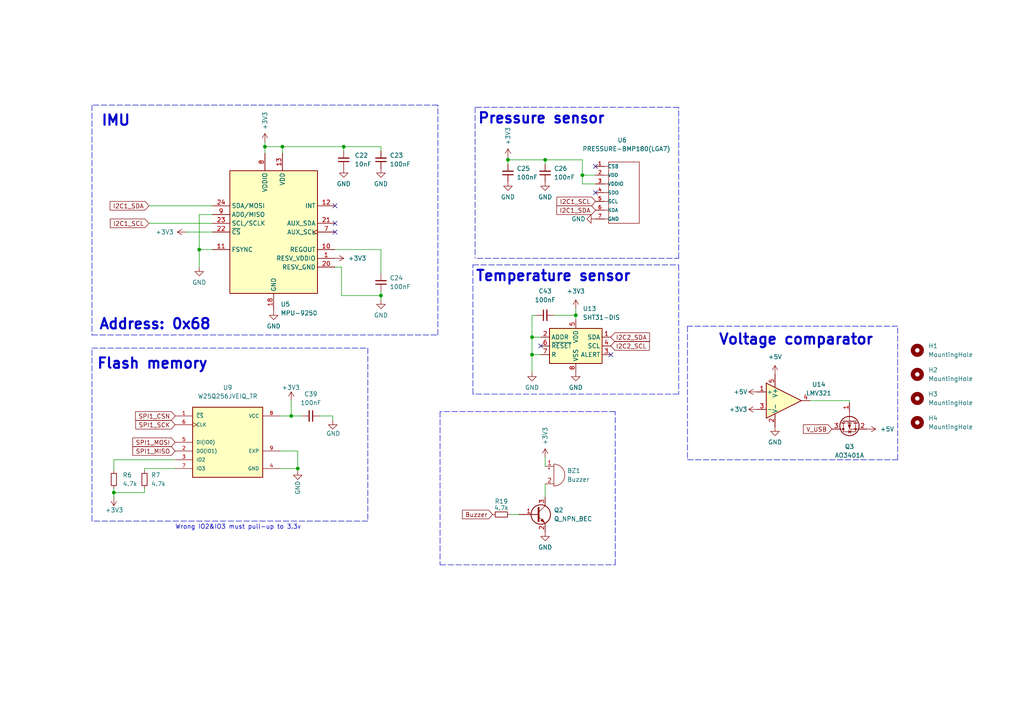
<source format=kicad_sch>
(kicad_sch (version 20211123) (generator eeschema)
  (paper "A4")
  (lib_symbols
    (symbol "Amplifier_Operational:LMV321" (pin_names (offset 0.127))
      (property "Reference" "U" (at 0 5.08 0))
      (property "Value" "LMV321" (at 0 -5.08 0))
      (symbol "LMV321_0_1"
        (polyline (pts (xy -5.08 5.08) (xy 5.08 0) (xy -5.08 -5.08) (xy -5.08 5.08)) (stroke (width 0.254)) (fill (type background)))
        (pin power_in line (at -2.54 -7.62 90) (length 3.81) (name "V-") (number "2"))
        (pin power_in line (at -2.54 7.62 270) (length 3.81) (name "V+") (number "5"))
      )
      (symbol "LMV321_1_1"
        (pin input line (at -7.62 2.54 0) (length 2.54) (name "+") (number "1"))
        (pin input line (at -7.62 -2.54 0) (length 2.54) (name "-") (number "3"))
        (pin output line (at 7.62 0 180) (length 2.54) (name "~") (number "4"))
      )
    )
    (symbol "Device:Buzzer" (pin_names (offset 0.0254) hide)
      (property "Reference" "BZ" (at 3.81 1.27 0))
      (property "Value" "Buzzer" (at 3.81 -1.27 0))
      (symbol "Buzzer_0_1"
        (arc (start 0 -3.175) (mid 3.175 0) (end 0 3.175))
        (polyline (pts (xy -1.651 1.905) (xy -1.143 1.905)))
        (polyline (pts (xy -1.397 2.159) (xy -1.397 1.651)))
        (polyline (pts (xy 0 3.175) (xy 0 -3.175)))
      )
      (symbol "Buzzer_1_1"
        (pin passive line (at -2.54 2.54 0) (length 2.54) (name "-") (number "1"))
        (pin passive line (at -2.54 -2.54 0) (length 2.54) (name "+") (number "2"))
      )
    )
    (symbol "Device:C_Small" (pin_numbers hide) (pin_names (offset 0.254) hide)
      (property "Reference" "C" (at 0.254 1.778 0))
      (property "Value" "C_Small" (at 0.254 -2.032 0))
      (symbol "C_Small_0_1"
        (polyline (pts (xy -1.524 -0.508) (xy 1.524 -0.508)) (stroke (width 0.3302)))
        (polyline (pts (xy -1.524 0.508) (xy 1.524 0.508)) (stroke (width 0.3048)))
      )
      (symbol "C_Small_1_1"
        (pin passive line (at 0 2.54 270) (length 2.032) (name "~") (number "1"))
        (pin passive line (at 0 -2.54 90) (length 2.032) (name "~") (number "2"))
      )
    )
    (symbol "Device:Q_NPN_BEC" (pin_names (offset 0) hide)
      (property "Reference" "Q" (at 5.08 1.27 0))
      (property "Value" "Q_NPN_BEC" (at 5.08 -1.27 0))
      (symbol "Q_NPN_BEC_0_1"
        (polyline (pts (xy 0.635 0.635) (xy 2.54 2.54)))
        (polyline (pts (xy 0.635 -0.635) (xy 2.54 -2.54) (xy 2.54 -2.54)))
        (polyline (pts (xy 0.635 1.905) (xy 0.635 -1.905) (xy 0.635 -1.905)) (stroke (width 0.508)))
        (polyline (pts (xy 1.27 -1.778) (xy 1.778 -1.27) (xy 2.286 -2.286) (xy 1.27 -1.778) (xy 1.27 -1.778)) (fill (type outline)))
        (circle (center 1.27 0) (radius 2.8194) (stroke (width 0.254)))
      )
      (symbol "Q_NPN_BEC_1_1"
        (pin input line (at -5.08 0 0) (length 5.715) (name "B") (number "1"))
        (pin passive line (at 2.54 -5.08 90) (length 2.54) (name "E") (number "2"))
        (pin passive line (at 2.54 5.08 270) (length 2.54) (name "C") (number "3"))
      )
    )
    (symbol "Device:R_Small" (pin_numbers hide) (pin_names (offset 0.254) hide)
      (property "Reference" "R" (at 0.762 0.508 0))
      (property "Value" "R_Small" (at 0.762 -1.016 0))
      (symbol "R_Small_0_1"
        (rectangle (start -0.762 1.778) (end 0.762 -1.778) (stroke (width 0.2032)))
      )
      (symbol "R_Small_1_1"
        (pin passive line (at 0 2.54 270) (length 0.762) (name "~") (number "1"))
        (pin passive line (at 0 -2.54 90) (length 0.762) (name "~") (number "2"))
      )
    )
    (symbol "Mechanical:MountingHole" (pin_names (offset 1.016))
      (property "Reference" "H" (at 0 5.08 0))
      (property "Value" "MountingHole" (at 0 3.175 0))
      (symbol "MountingHole_0_1"
        (circle (center 0 0) (radius 1.27) (stroke (width 1.27)))
      )
    )
    (symbol "PRESSURE-BMP180_LGA7_:PRESSURE-BMP180(LGA7)" (pin_names (offset 1.016))
      (property "Reference" "U" (at 1.27 10.16 0))
      (property "Value" "PRESSURE-BMP180(LGA7)" (at 1.27 -11.43 0))
      (symbol "PRESSURE-BMP180(LGA7)_0_0"
        (polyline (pts (xy -1.27 -7.62) (xy 0 -7.62)) (stroke (width 0.1524)))
        (polyline (pts (xy -1.27 -5.08) (xy 0 -5.08)) (stroke (width 0.1524)))
        (polyline (pts (xy -1.27 -2.54) (xy 0 -2.54)) (stroke (width 0.1524)))
        (polyline (pts (xy -1.27 0) (xy 0 0)) (stroke (width 0.1524)))
        (polyline (pts (xy -1.27 2.54) (xy 0 2.54)) (stroke (width 0.1524)))
        (polyline (pts (xy -1.27 5.08) (xy 0 5.08)) (stroke (width 0.1524)))
        (polyline (pts (xy -1.27 7.62) (xy 0 7.62)) (stroke (width 0.1524)))
        (polyline (pts (xy 0 -8.89) (xy 0 -7.62)) (stroke (width 0.1524)))
        (polyline (pts (xy 0 -7.62) (xy 0 -5.08)) (stroke (width 0.1524)))
        (polyline (pts (xy 0 -5.08) (xy 0 -2.54)) (stroke (width 0.1524)))
        (polyline (pts (xy 0 -2.54) (xy 0 0)) (stroke (width 0.1524)))
        (polyline (pts (xy 0 0) (xy 0 2.54)) (stroke (width 0.1524)))
        (polyline (pts (xy 0 2.54) (xy 0 5.08)) (stroke (width 0.1524)))
        (polyline (pts (xy 0 5.08) (xy 0 7.62)) (stroke (width 0.1524)))
        (polyline (pts (xy 0 7.62) (xy 0 8.89)) (stroke (width 0.1524)))
        (polyline (pts (xy 0 8.89) (xy 8.89 8.89)) (stroke (width 0.1524)))
        (polyline (pts (xy 8.89 -8.89) (xy 0 -8.89)) (stroke (width 0.1524)))
        (polyline (pts (xy 8.89 8.89) (xy 8.89 -8.89)) (stroke (width 0.1524)))
        (pin bidirectional line (at -3.81 7.62 0) (length 2.54) (name "CSB") (number "1"))
        (pin bidirectional line (at -3.81 5.08 0) (length 2.54) (name "VDD") (number "2"))
        (pin bidirectional line (at -3.81 2.54 0) (length 2.54) (name "VDDIO") (number "3"))
        (pin bidirectional line (at -3.81 0 0) (length 2.54) (name "SDO") (number "4"))
        (pin bidirectional line (at -3.81 -2.54 0) (length 2.54) (name "SCL") (number "5"))
        (pin bidirectional line (at -3.81 -5.08 0) (length 2.54) (name "SDA") (number "6"))
        (pin bidirectional line (at -3.81 -7.62 0) (length 2.54) (name "GND") (number "7"))
      )
    )
    (symbol "Sensor_Humidity:SHT31-DIS"
      (property "Reference" "U" (at -6.35 6.35 0))
      (property "Value" "SHT31-DIS" (at 6.35 6.35 0))
      (symbol "SHT31-DIS_0_1"
        (rectangle (start -7.62 5.08) (end 7.62 -5.08) (stroke (width 0.254)) (fill (type background)))
      )
      (symbol "SHT31-DIS_1_1"
        (pin bidirectional line (at 10.16 2.54 180) (length 2.54) (name "SDA") (number "1"))
        (pin input line (at -10.16 2.54 0) (length 2.54) (name "ADDR") (number "2"))
        (pin output line (at 10.16 -2.54 180) (length 2.54) (name "ALERT") (number "3"))
        (pin input line (at 10.16 0 180) (length 2.54) (name "SCL") (number "4"))
        (pin power_in line (at 0 7.62 270) (length 2.54) (name "VDD") (number "5"))
        (pin input line (at -10.16 0 0) (length 2.54) (name "~{RESET}") (number "6"))
        (pin passive line (at -10.16 -2.54 0) (length 2.54) (name "R") (number "7"))
        (pin power_in line (at 0 -7.62 90) (length 2.54) (name "VSS") (number "8"))
        (pin passive line (at 0 -7.62 90) (length 2.54) hide (name "VSS") (number "9"))
      )
    )
    (symbol "Sensor_Motion:MPU-9250"
      (property "Reference" "U" (at -11.43 19.05 0))
      (property "Value" "MPU-9250" (at 7.62 -19.05 0))
      (symbol "MPU-9250_0_1"
        (rectangle (start -12.7 17.78) (end 12.7 -17.78) (stroke (width 0.254)) (fill (type background)))
      )
      (symbol "MPU-9250_1_1"
        (pin input line (at 17.78 -7.62 180) (length 5.08) (name "RESV_VDDIO") (number "1"))
        (pin passive line (at 17.78 -5.08 180) (length 5.08) (name "REGOUT") (number "10"))
        (pin input line (at -17.78 -5.08 0) (length 5.08) (name "FSYNC") (number "11"))
        (pin output line (at 17.78 7.62 180) (length 5.08) (name "INT") (number "12"))
        (pin power_in line (at 2.54 22.86 270) (length 5.08) (name "VDD") (number "13"))
        (pin power_in line (at 0 -22.86 90) (length 5.08) (name "GND") (number "18"))
        (pin power_in line (at 17.78 -10.16 180) (length 5.08) (name "RESV_GND") (number "20"))
        (pin bidirectional line (at 17.78 2.54 180) (length 5.08) (name "AUX_SDA") (number "21"))
        (pin input line (at -17.78 0 0) (length 5.08) (name "~{CS}") (number "22"))
        (pin input line (at -17.78 2.54 0) (length 5.08) (name "SCL/SCLK") (number "23"))
        (pin bidirectional line (at -17.78 7.62 0) (length 5.08) (name "SDA/MOSI") (number "24"))
        (pin output clock (at 17.78 0 180) (length 5.08) (name "AUX_SCL") (number "7"))
        (pin power_in line (at -2.54 22.86 270) (length 5.08) (name "VDDIO") (number "8"))
        (pin bidirectional line (at -17.78 5.08 0) (length 5.08) (name "AD0/MISO") (number "9"))
      )
    )
    (symbol "Transistor_FET:AO3401A" (pin_names hide)
      (property "Reference" "Q" (at 5.08 1.905 0))
      (property "Value" "AO3401A" (at 5.08 0 0))
      (symbol "AO3401A_0_1"
        (polyline (pts (xy 0.254 0) (xy -2.54 0)))
        (polyline (pts (xy 0.254 1.905) (xy 0.254 -1.905)) (stroke (width 0.254)))
        (polyline (pts (xy 0.762 -1.27) (xy 0.762 -2.286)) (stroke (width 0.254)))
        (polyline (pts (xy 0.762 0.508) (xy 0.762 -0.508)) (stroke (width 0.254)))
        (polyline (pts (xy 0.762 2.286) (xy 0.762 1.27)) (stroke (width 0.254)))
        (polyline (pts (xy 2.54 2.54) (xy 2.54 1.778)))
        (polyline (pts (xy 2.54 -2.54) (xy 2.54 0) (xy 0.762 0)))
        (polyline (pts (xy 0.762 1.778) (xy 3.302 1.778) (xy 3.302 -1.778) (xy 0.762 -1.778)))
        (polyline (pts (xy 2.286 0) (xy 1.27 0.381) (xy 1.27 -0.381) (xy 2.286 0)) (fill (type outline)))
        (polyline (pts (xy 2.794 -0.508) (xy 2.921 -0.381) (xy 3.683 -0.381) (xy 3.81 -0.254)))
        (polyline (pts (xy 3.302 -0.381) (xy 2.921 0.254) (xy 3.683 0.254) (xy 3.302 -0.381)))
        (circle (center 1.651 0) (radius 2.794) (stroke (width 0.254)))
        (circle (center 2.54 -1.778) (radius 0.254) (fill (type outline)))
        (circle (center 2.54 1.778) (radius 0.254) (fill (type outline)))
      )
      (symbol "AO3401A_1_1"
        (pin input line (at -5.08 0 0) (length 2.54) (name "G") (number "1"))
        (pin passive line (at 2.54 -5.08 90) (length 2.54) (name "S") (number "2"))
        (pin passive line (at 2.54 5.08 270) (length 2.54) (name "D") (number "3"))
      )
    )
    (symbol "W25Q256JVEIQ_TR:W25Q256JVEIQ_TR" (pin_names (offset 1.016))
      (property "Reference" "U" (at -10.16 10.668 0))
      (property "Value" "W25Q256JVEIQ_TR" (at -10.16 -13.208 0))
      (symbol "W25Q256JVEIQ_TR_0_0"
        (rectangle (start -10.16 -10.16) (end 10.16 10.16) (stroke (width 0.254)) (fill (type background)))
        (pin input line (at -15.24 7.62 0) (length 5.08) (name "~{CS}") (number "1"))
        (pin bidirectional line (at -15.24 -2.54 0) (length 5.08) (name "DO(IO1)") (number "2"))
        (pin bidirectional line (at -15.24 -5.08 0) (length 5.08) (name "IO2") (number "3"))
        (pin power_in line (at 15.24 -7.62 180) (length 5.08) (name "GND") (number "4"))
        (pin bidirectional line (at -15.24 0 0) (length 5.08) (name "DI(IO0)") (number "5"))
        (pin input clock (at -15.24 5.08 0) (length 5.08) (name "CLK") (number "6"))
        (pin bidirectional line (at -15.24 -7.62 0) (length 5.08) (name "IO3") (number "7"))
        (pin power_in line (at 15.24 7.62 180) (length 5.08) (name "VCC") (number "8"))
        (pin power_in line (at 15.24 -2.54 180) (length 5.08) (name "EXP") (number "9"))
      )
    )
    (symbol "power:+3.3V" (power) (pin_names (offset 0))
      (property "Value" "+3.3V" (at 0 3.556 0))
      (symbol "+3.3V_0_1"
        (polyline (pts (xy -0.762 1.27) (xy 0 2.54)))
        (polyline (pts (xy 0 0) (xy 0 2.54)))
        (polyline (pts (xy 0 2.54) (xy 0.762 1.27)))
      )
      (symbol "+3.3V_1_1"
        (pin power_in line (at 0 0 90) (length 0) hide (name "+3V3") (number "1"))
      )
    )
    (symbol "power:+5V" (power) (pin_names (offset 0))
      (property "Value" "+5V" (at 0 3.556 0))
      (symbol "+5V_0_1"
        (polyline (pts (xy -0.762 1.27) (xy 0 2.54)))
        (polyline (pts (xy 0 0) (xy 0 2.54)))
        (polyline (pts (xy 0 2.54) (xy 0.762 1.27)))
      )
      (symbol "+5V_1_1"
        (pin power_in line (at 0 0 90) (length 0) hide (name "+5V") (number "1"))
      )
    )
    (symbol "power:GND" (power) (pin_names (offset 0))
      (property "Value" "GND" (at 0 -3.81 0))
      (symbol "GND_0_1"
        (polyline (pts (xy 0 0) (xy 0 -1.27) (xy 1.27 -1.27) (xy 0 -2.54) (xy -1.27 -1.27) (xy 0 -1.27)))
      )
      (symbol "GND_1_1"
        (pin power_in line (at 0 0 270) (length 0) hide (name "GND") (number "1"))
      )
    )
  )
  (junction (at 84.455 120.65))
  (junction (at 99.695 42.545))
  (junction (at 154.305 97.79))
  (junction (at 154.305 102.87))
  (junction (at 147.32 46.355))
  (junction (at 86.36 135.89))
  (junction (at 168.91 50.8))
  (junction (at 158.115 46.355))
  (junction (at 33.02 142.875))
  (junction (at 167.005 91.44))
  (junction (at 110.49 85.725))
  (junction (at 57.785 72.39))
  (junction (at 76.835 42.545))
  (junction (at 81.915 42.545))
  (no_connect (at 97.155 59.69))
  (no_connect (at 172.72 55.88))
  (no_connect (at 156.845 100.33))
  (no_connect (at 172.72 48.26))
  (no_connect (at 97.155 67.31))
  (no_connect (at 177.165 102.87))
  (no_connect (at 97.155 64.77))
  (wire (pts (xy 147.32 46.355) (xy 147.32 47.625)))
  (wire (pts (xy 154.305 97.79) (xy 154.305 102.87)))
  (wire (pts (xy 99.695 42.545) (xy 81.915 42.545)))
  (polyline (pts (xy 199.39 94.615) (xy 199.39 133.35)))
  (wire (pts (xy 99.695 42.545) (xy 99.695 43.815)))
  (wire (pts (xy 97.155 77.47) (xy 99.06 77.47)))
  (wire (pts (xy 154.305 102.87) (xy 156.845 102.87)))
  (wire (pts (xy 86.36 130.81) (xy 86.36 135.89)))
  (wire (pts (xy 160.655 91.44) (xy 167.005 91.44)))
  (wire (pts (xy 156.845 97.79) (xy 154.305 97.79)))
  (polyline (pts (xy 178.435 119.38) (xy 127.635 119.38)))
  (polyline (pts (xy 137.16 114.3) (xy 137.16 76.835)))
  (wire (pts (xy 168.91 53.34) (xy 168.91 50.8)))
  (wire (pts (xy 168.91 50.8) (xy 168.91 46.355)))
  (wire (pts (xy 96.52 120.65) (xy 92.71 120.65)))
  (wire (pts (xy 33.02 142.875) (xy 33.02 144.145)))
  (polyline (pts (xy 137.795 31.115) (xy 137.795 74.93)))
  (wire (pts (xy 167.005 89.535) (xy 167.005 91.44)))
  (wire (pts (xy 168.91 46.355) (xy 158.115 46.355)))
  (wire (pts (xy 147.32 45.72) (xy 147.32 46.355)))
  (wire (pts (xy 110.49 72.39) (xy 110.49 79.375)))
  (polyline (pts (xy 26.67 151.13) (xy 26.67 100.965)))
  (wire (pts (xy 96.52 121.92) (xy 96.52 120.65)))
  (wire (pts (xy 61.595 59.69) (xy 43.18 59.69)))
  (wire (pts (xy 41.91 141.605) (xy 41.91 142.875)))
  (polyline (pts (xy 196.85 74.93) (xy 196.85 31.115)))
  (wire (pts (xy 234.95 116.205) (xy 246.38 116.205)))
  (wire (pts (xy 246.38 116.205) (xy 246.38 116.84)))
  (wire (pts (xy 147.32 46.355) (xy 158.115 46.355)))
  (wire (pts (xy 76.835 41.275) (xy 76.835 42.545)))
  (wire (pts (xy 158.115 132.715) (xy 158.115 135.255)))
  (wire (pts (xy 53.975 67.31) (xy 61.595 67.31)))
  (wire (pts (xy 61.595 72.39) (xy 57.785 72.39)))
  (wire (pts (xy 110.49 43.815) (xy 110.49 42.545)))
  (wire (pts (xy 57.785 72.39) (xy 57.785 77.47)))
  (polyline (pts (xy 138.43 74.93) (xy 196.85 74.93)))
  (polyline (pts (xy 106.68 151.13) (xy 26.67 151.13)))
  (polyline (pts (xy 26.67 30.48) (xy 26.67 97.155)))
  (polyline (pts (xy 127 30.48) (xy 26.67 30.48)))
  (polyline (pts (xy 127.635 163.83) (xy 178.435 163.83)))
  (polyline (pts (xy 260.35 94.615) (xy 199.39 94.615)))
  (wire (pts (xy 154.305 91.44) (xy 154.305 97.79)))
  (wire (pts (xy 81.28 135.89) (xy 86.36 135.89)))
  (wire (pts (xy 41.91 135.89) (xy 50.8 135.89)))
  (polyline (pts (xy 196.85 114.3) (xy 137.16 114.3)))
  (wire (pts (xy 167.005 91.44) (xy 167.005 92.71)))
  (wire (pts (xy 81.915 42.545) (xy 76.835 42.545)))
  (wire (pts (xy 99.06 85.725) (xy 110.49 85.725)))
  (wire (pts (xy 50.8 133.35) (xy 33.02 133.35)))
  (wire (pts (xy 81.915 44.45) (xy 81.915 42.545)))
  (wire (pts (xy 41.91 142.875) (xy 33.02 142.875)))
  (wire (pts (xy 84.455 120.65) (xy 87.63 120.65)))
  (wire (pts (xy 43.18 64.77) (xy 61.595 64.77)))
  (wire (pts (xy 84.455 116.205) (xy 84.455 120.65)))
  (wire (pts (xy 97.155 72.39) (xy 110.49 72.39)))
  (wire (pts (xy 155.575 91.44) (xy 154.305 91.44)))
  (polyline (pts (xy 199.39 133.35) (xy 260.35 133.35)))
  (polyline (pts (xy 127.635 119.38) (xy 127.635 163.83)))
  (wire (pts (xy 147.955 149.225) (xy 150.495 149.225)))
  (wire (pts (xy 33.02 141.605) (xy 33.02 142.875)))
  (wire (pts (xy 86.36 135.89) (xy 86.36 136.525)))
  (wire (pts (xy 110.49 84.455) (xy 110.49 85.725)))
  (polyline (pts (xy 196.85 76.835) (xy 196.85 114.3)))
  (wire (pts (xy 154.305 102.87) (xy 154.305 107.95)))
  (wire (pts (xy 61.595 62.23) (xy 57.785 62.23)))
  (wire (pts (xy 33.02 133.35) (xy 33.02 136.525)))
  (wire (pts (xy 76.835 42.545) (xy 76.835 44.45)))
  (wire (pts (xy 81.28 120.65) (xy 84.455 120.65)))
  (polyline (pts (xy 260.35 133.35) (xy 260.35 94.615)))
  (wire (pts (xy 158.115 47.625) (xy 158.115 46.355)))
  (wire (pts (xy 110.49 42.545) (xy 99.695 42.545)))
  (wire (pts (xy 57.785 62.23) (xy 57.785 72.39)))
  (wire (pts (xy 110.49 85.725) (xy 110.49 86.995)))
  (polyline (pts (xy 137.16 76.835) (xy 196.85 76.835)))
  (polyline (pts (xy 127 97.155) (xy 127 30.48)))
  (polyline (pts (xy 106.68 100.965) (xy 106.68 151.13)))
  (polyline (pts (xy 196.85 31.115) (xy 137.795 31.115)))
  (wire (pts (xy 99.06 77.47) (xy 99.06 85.725)))
  (wire (pts (xy 172.72 53.34) (xy 168.91 53.34)))
  (polyline (pts (xy 26.67 100.965) (xy 106.68 100.965)))
  (wire (pts (xy 158.115 140.335) (xy 158.115 144.145)))
  (polyline (pts (xy 178.435 163.83) (xy 178.435 119.38)))
  (wire (pts (xy 81.28 130.81) (xy 86.36 130.81)))
  (wire (pts (xy 41.91 136.525) (xy 41.91 135.89)))
  (polyline (pts (xy 26.67 97.155) (xy 127 97.155)))
  (wire (pts (xy 172.72 50.8) (xy 168.91 50.8)))
  (text "Address: 0x68" (at 28.575 95.885 0) (effects (font (size 3 3) bold) (justify left bottom)))
  (text "Voltage comparator" (at 208.28 100.33 0) (effects (font (size 3 3) (thickness 0.6) bold) (justify left bottom)))
  (text "Pressure sensor" (at 138.43 36.195 0) (effects (font (size 3 3) bold) (justify left bottom)))
  (text "Wrong IO2&IO3 must pull-up to 3.3v" (at 50.8 153.67 0) (effects (font (size 1.27 1.27)) (justify left bottom)))
  (text "Temperature sensor" (at 137.795 81.915 0) (effects (font (size 3 3) (thickness 0.6) bold) (justify left bottom)))
  (text "IMU" (at 29.21 36.83 0) (effects (font (size 3 3) bold) (justify left bottom)))
  (text "Flash memory" (at 27.94 107.315 0) (effects (font (size 3 3) (thickness 0.6) bold) (justify left bottom)))
  (global_label "I2C2_SDA" (shape input) (at 177.165 97.79 0) (property "Intersheet References" "${INTERSHEET_REFS}" (effects hide)))
  (global_label "I2C1_SCL" (shape input) (at 172.72 58.42 180) (property "Intersheet References" "${INTERSHEET_REFS}" (effects hide)))
  (global_label "SPI1_CSN" (shape input) (at 50.8 120.65 180) (property "Intersheet References" "${INTERSHEET_REFS}" (effects hide)))
  (global_label "I2C1_SDA" (shape input) (at 43.18 59.69 180) (property "Intersheet References" "${INTERSHEET_REFS}" (effects hide)))
  (global_label "SPI1_MISO" (shape input) (at 50.8 130.81 180) (property "Intersheet References" "${INTERSHEET_REFS}" (effects hide)))
  (global_label "I2C2_SCL" (shape input) (at 177.165 100.33 0) (property "Intersheet References" "${INTERSHEET_REFS}" (effects hide)))
  (global_label "I2C1_SCL" (shape input) (at 43.18 64.77 180) (property "Intersheet References" "${INTERSHEET_REFS}" (effects hide)))
  (global_label "Buzzer" (shape input) (at 142.875 149.225 180) (property "Intersheet References" "${INTERSHEET_REFS}" (effects hide)))
  (global_label "I2C1_SDA" (shape input) (at 172.72 60.96 180) (property "Intersheet References" "${INTERSHEET_REFS}" (effects hide)))
  (global_label "SPI1_MOSI" (shape input) (at 50.8 128.27 180) (property "Intersheet References" "${INTERSHEET_REFS}" (effects hide)))
  (global_label "V_USB" (shape input) (at 241.3 124.46 180) (property "Intersheet References" "${INTERSHEET_REFS}" (effects hide)))
  (global_label "SPI1_SCK" (shape input) (at 50.8 123.19 180) (property "Intersheet References" "${INTERSHEET_REFS}" (effects hide)))
  (symbol (lib_id "Device:C_Small") (at 158.115 91.44 90) (unit 1)
    (property "Reference" "C43" (at 158.1213 84.455 90))
    (property "Value" "100nF" (at 158.1213 86.995 90))
    (property "Footprint" "Capacitor_SMD:C_0603_1608Metric" (effects hide))
  )
  (symbol (lib_id "Device:C_Small") (at 147.32 50.165 180) (unit 1)
    (property "Reference" "C25" (at 149.86 48.8885 0) (effects (justify right)))
    (property "Value" "100nF" (at 149.86 51.4285 0) (effects (justify right)))
    (property "Footprint" "Capacitor_SMD:C_0603_1608Metric" (effects hide))
  )
  (symbol (lib_id "power:+3.3V") (at 97.155 74.93 270) (unit 1)
    (property "Reference" "#PWR043" (effects hide))
    (property "Value" "+3.3V" (at 100.965 74.9299 90) (effects (justify left)))
  )
  (symbol (lib_id "Device:Q_NPN_BEC") (at 155.575 149.225 0) (unit 1)
    (property "Reference" "Q2" (at 160.655 147.9549 0) (effects (justify left)))
    (property "Value" "Q_NPN_BEC" (at 160.655 150.4949 0) (effects (justify left)))
    (property "Footprint" "Package_TO_SOT_SMD:SOT-23" (effects hide))
  )
  (symbol (lib_id "power:GND") (at 158.115 52.705 0) (unit 1)
    (property "Reference" "#PWR049" (effects hide))
    (property "Value" "GND" (at 158.115 57.15 0))
  )
  (symbol (lib_id "Mechanical:MountingHole") (at 266.065 101.6 0) (unit 1)
    (property "Reference" "H1" (at 269.24 100.3299 0) (effects (justify left)))
    (property "Value" "MountingHole" (at 269.24 102.8699 0) (effects (justify left)))
    (property "Footprint" "MountingHole:MountingHole_3mm_Pad_Via" (effects hide))
  )
  (symbol (lib_id "power:GND") (at 99.695 48.895 0) (unit 1)
    (property "Reference" "#PWR044" (effects hide))
    (property "Value" "GND" (at 99.695 53.34 0))
  )
  (symbol (lib_id "power:+3.3V") (at 84.455 116.205 0) (unit 1)
    (property "Reference" "#PWR077" (effects hide))
    (property "Value" "+3.3V" (at 86.995 112.395 0) (effects (justify right)))
  )
  (symbol (lib_id "power:+5V") (at 224.79 108.585 0) (unit 1)
    (property "Reference" "#PWR0148" (effects hide))
    (property "Value" "+5V" (at 224.79 103.505 0))
  )
  (symbol (lib_id "Device:C_Small") (at 158.115 50.165 180) (unit 1)
    (property "Reference" "C26" (at 160.655 48.8885 0) (effects (justify right)))
    (property "Value" "100nF" (at 160.655 51.4285 0) (effects (justify right)))
    (property "Footprint" "Capacitor_SMD:C_0603_1608Metric" (effects hide))
  )
  (symbol (lib_id "power:GND") (at 172.72 63.5 270) (unit 1)
    (property "Reference" "#PWR050" (effects hide))
    (property "Value" "GND" (at 165.735 63.5 90) (effects (justify left)))
  )
  (symbol (lib_id "Device:C_Small") (at 99.695 46.355 180) (unit 1)
    (property "Reference" "C22" (at 102.87 45.0785 0) (effects (justify right)))
    (property "Value" "10nF" (at 102.87 47.6185 0) (effects (justify right)))
    (property "Footprint" "Capacitor_SMD:C_0603_1608Metric" (effects hide))
  )
  (symbol (lib_id "power:GND") (at 224.79 123.825 0) (unit 1)
    (property "Reference" "#PWR0149" (effects hide))
    (property "Value" "GND" (at 224.79 128.27 0))
  )
  (symbol (lib_id "Sensor_Motion:MPU-9250") (at 79.375 67.31 0) (unit 1)
    (property "Reference" "U5" (at 81.3944 88.265 0) (effects (justify left)))
    (property "Value" "MPU-9250" (at 81.3944 90.805 0) (effects (justify left)))
    (property "Footprint" "Sensor_Motion:InvenSense_QFN-24_3x3mm_P0.4mm" (effects hide))
    (property "Datasheet" "https://store.invensense.com/datasheets/invensense/MPU9250REV1.0.pdf" (effects hide))
  )
  (symbol (lib_id "power:+3.3V") (at 33.02 144.145 180) (unit 1)
    (property "Reference" "#PWR024" (effects hide))
    (property "Value" "+3.3V" (at 30.48 147.955 0) (effects (justify right)))
  )
  (symbol (lib_id "Transistor_FET:AO3401A") (at 246.38 121.92 90) (mirror x) (unit 1)
    (property "Reference" "Q3" (at 246.38 129.54 90))
    (property "Value" "AO3401A" (at 246.38 132.08 90))
    (property "Footprint" "Package_TO_SOT_SMD:SOT-23" (effects hide))
    (property "Datasheet" "http://www.aosmd.com/pdfs/datasheet/AO3401A.pdf" (effects hide))
  )
  (symbol (lib_id "Mechanical:MountingHole") (at 266.065 115.57 0) (unit 1)
    (property "Reference" "H3" (at 269.24 114.2999 0) (effects (justify left)))
    (property "Value" "MountingHole" (at 269.24 116.8399 0) (effects (justify left)))
    (property "Footprint" "MountingHole:MountingHole_3mm_Pad_Via" (effects hide))
  )
  (symbol (lib_id "Sensor_Humidity:SHT31-DIS") (at 167.005 100.33 0) (unit 1)
    (property "Reference" "U13" (at 169.0244 89.535 0) (effects (justify left)))
    (property "Value" "SHT31-DIS" (at 169.0244 92.075 0) (effects (justify left)))
    (property "Footprint" "Sensor_Humidity:Sensirion_DFN-8-1EP_2.5x2.5mm_P0.5mm_EP1.1x1.7mm" (effects hide))
    (property "Datasheet" "https://www.sensirion.com/fileadmin/user_upload/customers/sensirion/Dokumente/2_Humidity_Sensors/Datasheets/Sensirion_Humidity_Sensors_SHT3x_Datasheet_digital.pdf" (effects hide))
  )
  (symbol (lib_id "power:GND") (at 96.52 121.92 0) (unit 1)
    (property "Reference" "#PWR078" (effects hide))
    (property "Value" "GND" (at 94.615 125.73 0) (effects (justify left)))
  )
  (symbol (lib_id "power:GND") (at 154.305 107.95 0) (unit 1)
    (property "Reference" "#PWR0142" (effects hide))
    (property "Value" "GND" (at 154.305 112.395 0))
  )
  (symbol (lib_id "Mechanical:MountingHole") (at 266.065 122.555 0) (unit 1)
    (property "Reference" "H4" (at 269.24 121.2849 0) (effects (justify left)))
    (property "Value" "MountingHole" (at 269.24 123.8249 0) (effects (justify left)))
    (property "Footprint" "MountingHole:MountingHole_3mm_Pad_Via" (effects hide))
  )
  (symbol (lib_id "Amplifier_Operational:LMV321") (at 227.33 116.205 0) (unit 1)
    (property "Reference" "U14" (at 237.49 111.506 0))
    (property "Value" "LMV321" (at 237.49 114.046 0))
    (property "Footprint" "Package_TO_SOT_SMD:SOT-23-5" (effects hide))
    (property "Datasheet" "http://www.ti.com/lit/ds/symlink/lmv324.pdf" (effects hide))
  )
  (symbol (lib_id "Device:C_Small") (at 90.17 120.65 270) (unit 1)
    (property "Reference" "C39" (at 90.1636 114.3 90))
    (property "Value" "100nF" (at 90.1636 116.84 90))
    (property "Footprint" "Capacitor_SMD:C_0603_1608Metric" (effects hide))
  )
  (symbol (lib_id "power:+5V") (at 251.46 124.46 270) (unit 1)
    (property "Reference" "#PWR0150" (effects hide))
    (property "Value" "+5V" (at 255.27 124.4599 90) (effects (justify left)))
  )
  (symbol (lib_id "power:GND") (at 167.005 107.95 0) (unit 1)
    (property "Reference" "#PWR0144" (effects hide))
    (property "Value" "GND" (at 167.005 112.395 0))
  )
  (symbol (lib_id "Device:C_Small") (at 110.49 81.915 180) (unit 1)
    (property "Reference" "C24" (at 113.03 80.6385 0) (effects (justify right)))
    (property "Value" "100nF" (at 113.03 83.1785 0) (effects (justify right)))
    (property "Footprint" "Capacitor_SMD:C_0603_1608Metric" (effects hide))
  )
  (symbol (lib_id "power:GND") (at 79.375 90.17 0) (unit 1)
    (property "Reference" "#PWR042" (effects hide))
    (property "Value" "GND" (at 79.375 94.615 0))
  )
  (symbol (lib_id "W25Q256JVEIQ_TR:W25Q256JVEIQ_TR") (at 66.04 128.27 0) (unit 1)
    (property "Reference" "U9" (at 66.04 112.395 0))
    (property "Value" "W25Q256JVEIQ_TR" (at 66.04 114.935 0))
    (property "Footprint" "W25Q256JVEIQ_TR:SON127P800X600X80-9N" (effects hide))
    (property "MANUFACTURER" "Winbond Electronics Corp." (effects hide))
  )
  (symbol (lib_id "power:GND") (at 86.36 136.525 0) (unit 1)
    (property "Reference" "#PWR076" (effects hide))
    (property "Value" "GND" (at 86.36 143.51 90) (effects (justify left)))
  )
  (symbol (lib_id "power:+3.3V") (at 53.975 67.31 90) (unit 1)
    (property "Reference" "#PWR039" (effects hide))
    (property "Value" "+3.3V" (at 45.085 67.31 90) (effects (justify right)))
  )
  (symbol (lib_id "power:GND") (at 57.785 77.47 0) (unit 1)
    (property "Reference" "#PWR040" (effects hide))
    (property "Value" "GND" (at 57.785 81.915 0))
  )
  (symbol (lib_id "Mechanical:MountingHole") (at 266.065 108.585 0) (unit 1)
    (property "Reference" "H2" (at 269.24 107.3149 0) (effects (justify left)))
    (property "Value" "MountingHole" (at 269.24 109.8549 0) (effects (justify left)))
    (property "Footprint" "MountingHole:MountingHole_3mm_Pad_Via" (effects hide))
  )
  (symbol (lib_id "PRESSURE-BMP180_LGA7_:PRESSURE-BMP180(LGA7)") (at 176.53 55.88 0) (unit 1)
    (property "Reference" "U6" (at 179.07 40.64 0) (effects (justify left)))
    (property "Value" "PRESSURE-BMP180(LGA7)" (at 168.91 43.18 0) (effects (justify left)))
    (property "Footprint" "PRESSURE-BMP180_LGA7_:LGA7-1.5-3.8X3.6MM" (effects hide))
    (property "MPN" "BMP18" (effects hide))
    (property "VALUE" "BMP18" (effects hide))
  )
  (symbol (lib_id "Device:R_Small") (at 41.91 139.065 180) (unit 1)
    (property "Reference" "R7" (at 43.815 137.7949 0) (effects (justify right)))
    (property "Value" "4.7k" (at 43.815 140.3349 0) (effects (justify right)))
    (property "Footprint" "Resistor_SMD:R_0603_1608Metric" (effects hide))
  )
  (symbol (lib_id "power:+3.3V") (at 158.115 132.715 0) (unit 1)
    (property "Reference" "#PWR081" (effects hide))
    (property "Value" "+3.3V" (at 158.115 123.825 90) (effects (justify right)))
  )
  (symbol (lib_id "Device:R_Small") (at 33.02 139.065 180) (unit 1)
    (property "Reference" "R6" (at 35.56 137.7949 0) (effects (justify right)))
    (property "Value" "4.7k" (at 35.56 140.3349 0) (effects (justify right)))
    (property "Footprint" "Resistor_SMD:R_0603_1608Metric" (effects hide))
  )
  (symbol (lib_id "power:GND") (at 110.49 48.895 0) (unit 1)
    (property "Reference" "#PWR045" (effects hide))
    (property "Value" "GND" (at 110.49 53.34 0))
  )
  (symbol (lib_id "Device:Buzzer") (at 160.655 137.795 0) (unit 1)
    (property "Reference" "BZ1" (at 164.465 136.5249 0) (effects (justify left)))
    (property "Value" "Buzzer" (at 164.465 139.0649 0) (effects (justify left)))
    (property "Footprint" "Buzzer_Beeper:Buzzer_12x9.5RM7.6" (effects hide))
  )
  (symbol (lib_id "power:+3.3V") (at 219.71 118.745 90) (unit 1)
    (property "Reference" "#PWR0147" (effects hide))
    (property "Value" "+3.3V" (at 211.455 118.745 90) (effects (justify right)))
  )
  (symbol (lib_id "Device:R_Small") (at 145.415 149.225 90) (unit 1)
    (property "Reference" "R19" (at 145.415 145.415 90))
    (property "Value" "4.7k" (at 145.415 147.32 90))
    (property "Footprint" "Resistor_SMD:R_0603_1608Metric" (effects hide))
  )
  (symbol (lib_id "power:+3.3V") (at 76.835 41.275 0) (unit 1)
    (property "Reference" "#PWR041" (effects hide))
    (property "Value" "+3.3V" (at 76.835 32.385 90) (effects (justify right)))
  )
  (symbol (lib_id "power:GND") (at 110.49 86.995 0) (unit 1)
    (property "Reference" "#PWR046" (effects hide))
    (property "Value" "GND" (at 110.49 91.44 0))
  )
  (symbol (lib_id "power:GND") (at 158.115 154.305 0) (unit 1)
    (property "Reference" "#PWR082" (effects hide))
    (property "Value" "GND" (at 158.115 158.75 0))
  )
  (symbol (lib_id "power:GND") (at 147.32 52.705 0) (unit 1)
    (property "Reference" "#PWR048" (effects hide))
    (property "Value" "GND" (at 147.32 57.15 0))
  )
  (symbol (lib_id "power:+3.3V") (at 167.005 89.535 0) (unit 1)
    (property "Reference" "#PWR0143" (effects hide))
    (property "Value" "+3.3V" (at 167.005 84.455 0))
  )
  (symbol (lib_id "Device:C_Small") (at 110.49 46.355 180) (unit 1)
    (property "Reference" "C23" (at 113.03 45.0785 0) (effects (justify right)))
    (property "Value" "100nF" (at 113.03 47.6185 0) (effects (justify right)))
    (property "Footprint" "Capacitor_SMD:C_0603_1608Metric" (effects hide))
  )
  (symbol (lib_id "power:+5V") (at 219.71 113.665 90) (unit 1)
    (property "Reference" "#PWR0122" (effects hide))
    (property "Value" "+5V" (at 212.725 113.665 90) (effects (justify right)))
  )
  (symbol (lib_id "power:+3.3V") (at 147.32 45.72 0) (unit 1)
    (property "Reference" "#PWR047" (effects hide))
    (property "Value" "+3.3V" (at 147.32 36.83 90) (effects (justify right)))
  )
  (sheet (at 222.25 223.52) (size 74.93 108.585) (stroke (width 0.1524))
    (property "Sheet name" "Connector" (at 222.25 222.8084 0) (effects (justify left bottom)))
    (property "Sheet file" "Connector.kicad_sch" (at 222.25 332.6896 0) (effects (justify left top)))
  )
  (sheet (at 126.365 223.52) (size 89.535 107.95) (stroke (width 0.1524))
    (property "Sheet name" "WirelessCommunication" (at 126.365 222.8084 0) (effects (justify left bottom)))
    (property "Sheet file" "WirelessCommunication.kicad_sch" (at 126.365 332.0546 0) (effects (justify left top)))
  )
  (sheet (at 12.7 222.25) (size 95.885 109.855) (stroke (width 0.1524))
    (property "Sheet name" "FC" (at 12.7 221.5384 0) (effects (justify left bottom)))
    (property "Sheet file" "FlightController.kicad_sch" (at 12.7 332.6896 0) (effects (justify left top)))
  )
)
</source>
